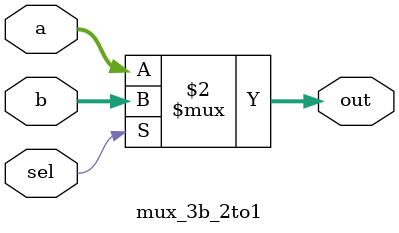
<source format=v>
module mux_3b_2to1(
    input [2:0] a,
    input [2:0] b,
    input sel,
    output [2:0] out
);
    assign out = (sel == 1'b1) ? b : a;
endmodule
</source>
